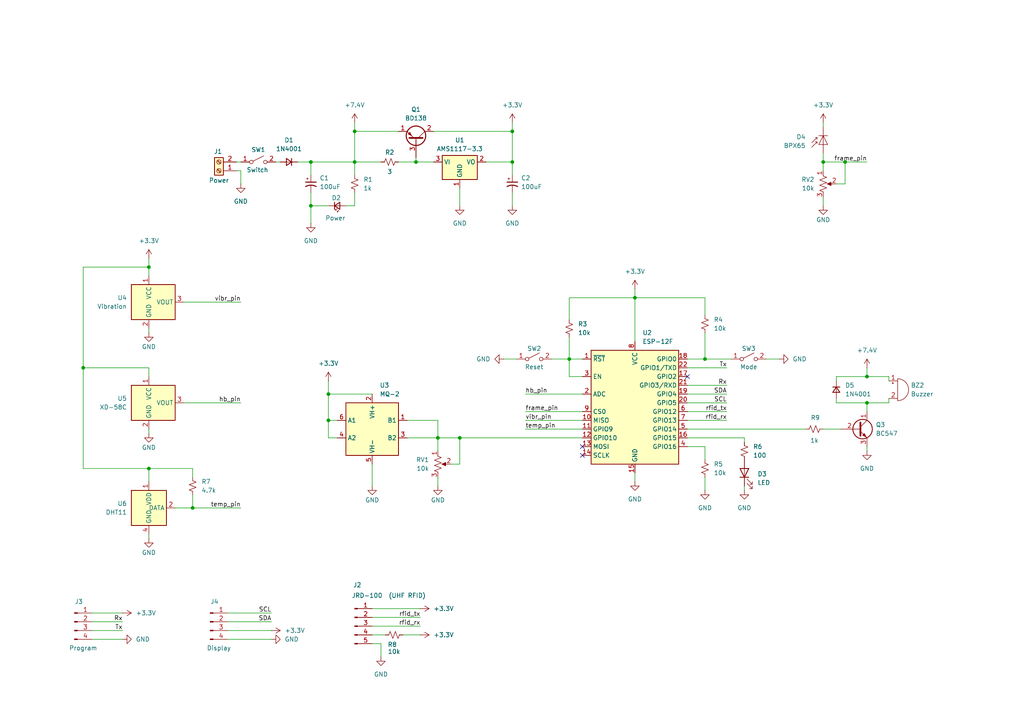
<source format=kicad_sch>
(kicad_sch (version 20231120) (generator "eeschema") (generator_version "8.0")
  (paper "A4")
  (lib_symbols
    (symbol "Connector:Conn_01x04_Pin" (pin_names (offset 1.016) hide)
      (property "Reference" "J" (at 0 5.08 0))
      (property "Value" "Conn_01x04_Pin" (at 0 -7.62 0))
      (symbol "Conn_01x04_Pin_1_1"
        (polyline (pts (xy 1.27 -5.08) (xy 0.8636 -5.08)) (stroke (width 0.1524)))
        (polyline (pts (xy 1.27 -2.54) (xy 0.8636 -2.54)) (stroke (width 0.1524)))
        (polyline (pts (xy 1.27 0) (xy 0.8636 0)) (stroke (width 0.1524)))
        (polyline (pts (xy 1.27 2.54) (xy 0.8636 2.54)) (stroke (width 0.1524)))
        (rectangle (start 0.8636 -4.953) (end 0 -5.207) (stroke (width 0.1524)) (fill (type outline)))
        (rectangle (start 0.8636 -2.413) (end 0 -2.667) (stroke (width 0.1524)) (fill (type outline)))
        (rectangle (start 0.8636 0.127) (end 0 -0.127) (stroke (width 0.1524)) (fill (type outline)))
        (rectangle (start 0.8636 2.667) (end 0 2.413) (stroke (width 0.1524)) (fill (type outline)))
        (pin passive line (at 5.08 2.54 180) (length 3.81) (name "Pin_1") (number "1"))
        (pin passive line (at 5.08 0 180) (length 3.81) (name "Pin_2") (number "2"))
        (pin passive line (at 5.08 -2.54 180) (length 3.81) (name "Pin_3") (number "3"))
        (pin passive line (at 5.08 -5.08 180) (length 3.81) (name "Pin_4") (number "4"))
      )
    )
    (symbol "Connector:Conn_01x05_Pin" (pin_names (offset 1.016) hide)
      (property "Reference" "J" (at 0 7.62 0))
      (property "Value" "Conn_01x05_Pin" (at 0 -7.62 0))
      (symbol "Conn_01x05_Pin_1_1"
        (polyline (pts (xy 1.27 -5.08) (xy 0.8636 -5.08)) (stroke (width 0.1524)))
        (polyline (pts (xy 1.27 -2.54) (xy 0.8636 -2.54)) (stroke (width 0.1524)))
        (polyline (pts (xy 1.27 0) (xy 0.8636 0)) (stroke (width 0.1524)))
        (polyline (pts (xy 1.27 2.54) (xy 0.8636 2.54)) (stroke (width 0.1524)))
        (polyline (pts (xy 1.27 5.08) (xy 0.8636 5.08)) (stroke (width 0.1524)))
        (rectangle (start 0.8636 -4.953) (end 0 -5.207) (stroke (width 0.1524)) (fill (type outline)))
        (rectangle (start 0.8636 -2.413) (end 0 -2.667) (stroke (width 0.1524)) (fill (type outline)))
        (rectangle (start 0.8636 0.127) (end 0 -0.127) (stroke (width 0.1524)) (fill (type outline)))
        (rectangle (start 0.8636 2.667) (end 0 2.413) (stroke (width 0.1524)) (fill (type outline)))
        (rectangle (start 0.8636 5.207) (end 0 4.953) (stroke (width 0.1524)) (fill (type outline)))
        (pin passive line (at 5.08 5.08 180) (length 3.81) (name "Pin_1") (number "1"))
        (pin passive line (at 5.08 2.54 180) (length 3.81) (name "Pin_2") (number "2"))
        (pin passive line (at 5.08 0 180) (length 3.81) (name "Pin_3") (number "3"))
        (pin passive line (at 5.08 -2.54 180) (length 3.81) (name "Pin_4") (number "4"))
        (pin passive line (at 5.08 -5.08 180) (length 3.81) (name "Pin_5") (number "5"))
      )
    )
    (symbol "Connector:Screw_Terminal_01x02" (pin_names (offset 1.016) hide)
      (property "Reference" "J" (at 0 2.54 0))
      (property "Value" "Screw_Terminal_01x02" (at 0 -5.08 0))
      (symbol "Screw_Terminal_01x02_1_1"
        (rectangle (start -1.27 1.27) (end 1.27 -3.81) (stroke (width 0.254)) (fill (type background)))
        (circle (center 0 -2.54) (radius 0.635) (stroke (width 0.1524)))
        (polyline (pts (xy -0.5334 -2.2098) (xy 0.3302 -3.048)) (stroke (width 0.1524)))
        (polyline (pts (xy -0.5334 0.3302) (xy 0.3302 -0.508)) (stroke (width 0.1524)))
        (polyline (pts (xy -0.3556 -2.032) (xy 0.508 -2.8702)) (stroke (width 0.1524)))
        (polyline (pts (xy -0.3556 0.508) (xy 0.508 -0.3302)) (stroke (width 0.1524)))
        (circle (center 0 0) (radius 0.635) (stroke (width 0.1524)))
        (pin passive line (at -5.08 0 0) (length 3.81) (name "Pin_1") (number "1"))
        (pin passive line (at -5.08 -2.54 0) (length 3.81) (name "Pin_2") (number "2"))
      )
    )
    (symbol "Device:Buzzer" (pin_names (offset 0.0254) hide)
      (property "Reference" "BZ" (at 3.81 1.27 0))
      (property "Value" "Buzzer" (at 3.81 -1.27 0))
      (symbol "Buzzer_0_1"
        (arc (start 0 -3.175) (mid 3.1612 0) (end 0 3.175))
        (polyline (pts (xy -1.651 1.905) (xy -1.143 1.905)))
        (polyline (pts (xy -1.397 2.159) (xy -1.397 1.651)))
        (polyline (pts (xy 0 3.175) (xy 0 -3.175)))
      )
      (symbol "Buzzer_1_1"
        (pin passive line (at -2.54 2.54 0) (length 2.54) (name "+") (number "1"))
        (pin passive line (at -2.54 -2.54 0) (length 2.54) (name "-") (number "2"))
      )
    )
    (symbol "Device:C_Polarized_Small_US" (pin_numbers hide) (pin_names (offset 0.254) hide)
      (property "Reference" "C" (at 0.254 1.778 0))
      (property "Value" "C_Polarized_Small_US" (at 0.254 -2.032 0))
      (symbol "C_Polarized_Small_US_0_1"
        (polyline (pts (xy -1.524 0.508) (xy 1.524 0.508)) (stroke (width 0.3048)))
        (polyline (pts (xy -1.27 1.524) (xy -0.762 1.524)))
        (polyline (pts (xy -1.016 1.27) (xy -1.016 1.778)))
        (arc (start 1.524 -0.762) (mid 0 -0.3734) (end -1.524 -0.762) (stroke (width 0.3048)))
      )
      (symbol "C_Polarized_Small_US_1_1"
        (pin passive line (at 0 2.54 270) (length 2.032) (name "~") (number "1"))
        (pin passive line (at 0 -2.54 90) (length 2.032) (name "~") (number "2"))
      )
    )
    (symbol "Device:D_Small" (pin_numbers hide) (pin_names (offset 0.254) hide)
      (property "Reference" "D" (at -1.27 2.032 0))
      (property "Value" "D_Small" (at -3.81 -2.032 0))
      (symbol "D_Small_0_1"
        (polyline (pts (xy -0.762 -1.016) (xy -0.762 1.016)) (stroke (width 0.254)))
        (polyline (pts (xy -0.762 0) (xy 0.762 0)))
        (polyline (pts (xy 0.762 -1.016) (xy -0.762 0) (xy 0.762 1.016) (xy 0.762 -1.016)) (stroke (width 0.254)))
      )
      (symbol "D_Small_1_1"
        (pin passive line (at -2.54 0 0) (length 1.778) (name "K") (number "1"))
        (pin passive line (at 2.54 0 180) (length 1.778) (name "A") (number "2"))
      )
    )
    (symbol "Device:LED" (pin_numbers hide) (pin_names (offset 1.016) hide)
      (property "Reference" "D" (at 0 2.54 0))
      (property "Value" "LED" (at 0 -2.54 0))
      (symbol "LED_0_1"
        (polyline (pts (xy -1.27 -1.27) (xy -1.27 1.27)) (stroke (width 0.254)))
        (polyline (pts (xy -1.27 0) (xy 1.27 0)))
        (polyline (pts (xy 1.27 -1.27) (xy 1.27 1.27) (xy -1.27 0) (xy 1.27 -1.27)) (stroke (width 0.254)))
        (polyline (pts (xy -3.048 -0.762) (xy -4.572 -2.286) (xy -3.81 -2.286) (xy -4.572 -2.286) (xy -4.572 -1.524)))
        (polyline (pts (xy -1.778 -0.762) (xy -3.302 -2.286) (xy -2.54 -2.286) (xy -3.302 -2.286) (xy -3.302 -1.524)))
      )
      (symbol "LED_1_1"
        (pin passive line (at -3.81 0 0) (length 2.54) (name "K") (number "1"))
        (pin passive line (at 3.81 0 180) (length 2.54) (name "A") (number "2"))
      )
    )
    (symbol "Device:LED_Small" (pin_numbers hide) (pin_names (offset 0.254) hide)
      (property "Reference" "D" (at -1.27 3.175 0))
      (property "Value" "LED_Small" (at -4.445 -2.54 0))
      (symbol "LED_Small_0_1"
        (polyline (pts (xy -0.762 -1.016) (xy -0.762 1.016)) (stroke (width 0.254)))
        (polyline (pts (xy 1.016 0) (xy -0.762 0)))
        (polyline (pts (xy 0.762 -1.016) (xy -0.762 0) (xy 0.762 1.016) (xy 0.762 -1.016)) (stroke (width 0.254)))
        (polyline (pts (xy 0 0.762) (xy -0.508 1.27) (xy -0.254 1.27) (xy -0.508 1.27) (xy -0.508 1.016)))
        (polyline (pts (xy 0.508 1.27) (xy 0 1.778) (xy 0.254 1.778) (xy 0 1.778) (xy 0 1.524)))
      )
      (symbol "LED_Small_1_1"
        (pin passive line (at -2.54 0 0) (length 1.778) (name "K") (number "1"))
        (pin passive line (at 2.54 0 180) (length 1.778) (name "A") (number "2"))
      )
    )
    (symbol "Device:R_Potentiometer_US" (pin_names (offset 1.016) hide)
      (property "Reference" "RV" (at -4.445 0 90))
      (property "Value" "R_Potentiometer_US" (at -2.54 0 90))
      (symbol "R_Potentiometer_US_0_1"
        (polyline (pts (xy 0 -2.286) (xy 0 -2.54)))
        (polyline (pts (xy 0 2.54) (xy 0 2.286)))
        (polyline (pts (xy 2.54 0) (xy 1.524 0)))
        (polyline (pts (xy 1.143 0) (xy 2.286 0.508) (xy 2.286 -0.508) (xy 1.143 0)) (fill (type outline)))
        (polyline (pts (xy 0 -0.762) (xy 1.016 -1.143) (xy 0 -1.524) (xy -1.016 -1.905) (xy 0 -2.286)))
        (polyline (pts (xy 0 0.762) (xy 1.016 0.381) (xy 0 0) (xy -1.016 -0.381) (xy 0 -0.762)))
        (polyline (pts (xy 0 2.286) (xy 1.016 1.905) (xy 0 1.524) (xy -1.016 1.143) (xy 0 0.762)))
      )
      (symbol "R_Potentiometer_US_1_1"
        (pin passive line (at 0 3.81 270) (length 1.27) (name "1") (number "1"))
        (pin passive line (at 3.81 0 180) (length 1.27) (name "2") (number "2"))
        (pin passive line (at 0 -3.81 90) (length 1.27) (name "3") (number "3"))
      )
    )
    (symbol "Device:R_Small_US" (pin_numbers hide) (pin_names (offset 0.254) hide)
      (property "Reference" "R" (at 0.762 0.508 0))
      (property "Value" "R_Small_US" (at 0.762 -1.016 0))
      (symbol "R_Small_US_1_1"
        (polyline (pts (xy 0 0) (xy 1.016 -0.381) (xy 0 -0.762) (xy -1.016 -1.143) (xy 0 -1.524)))
        (polyline (pts (xy 0 1.524) (xy 1.016 1.143) (xy 0 0.762) (xy -1.016 0.381) (xy 0 0)))
        (pin passive line (at 0 2.54 270) (length 1.016) (name "~") (number "1"))
        (pin passive line (at 0 -2.54 90) (length 1.016) (name "~") (number "2"))
      )
    )
    (symbol "RF_Module:ESP-12F"
      (property "Reference" "U" (at -12.7 19.05 0))
      (property "Value" "ESP-12F" (at 12.7 19.05 0))
      (symbol "ESP-12F_0_1"
        (rectangle (start -12.7 17.78) (end 12.7 -15.24) (stroke (width 0.254)) (fill (type background)))
      )
      (symbol "ESP-12F_1_1"
        (pin input line (at -15.24 15.24 0) (length 2.54) (name "~{RST}") (number "1"))
        (pin bidirectional line (at -15.24 -2.54 0) (length 2.54) (name "MISO") (number "10"))
        (pin bidirectional line (at -15.24 -5.08 0) (length 2.54) (name "GPIO9") (number "11"))
        (pin bidirectional line (at -15.24 -7.62 0) (length 2.54) (name "GPIO10") (number "12"))
        (pin bidirectional line (at -15.24 -10.16 0) (length 2.54) (name "MOSI") (number "13"))
        (pin bidirectional line (at -15.24 -12.7 0) (length 2.54) (name "SCLK") (number "14"))
        (pin power_in line (at 0 -17.78 90) (length 2.54) (name "GND") (number "15"))
        (pin bidirectional line (at 15.24 -7.62 180) (length 2.54) (name "GPIO15") (number "16"))
        (pin bidirectional line (at 15.24 10.16 180) (length 2.54) (name "GPIO2") (number "17"))
        (pin bidirectional line (at 15.24 15.24 180) (length 2.54) (name "GPIO0") (number "18"))
        (pin bidirectional line (at 15.24 5.08 180) (length 2.54) (name "GPIO4") (number "19"))
        (pin input line (at -15.24 5.08 0) (length 2.54) (name "ADC") (number "2"))
        (pin bidirectional line (at 15.24 2.54 180) (length 2.54) (name "GPIO5") (number "20"))
        (pin bidirectional line (at 15.24 7.62 180) (length 2.54) (name "GPIO3/RXD") (number "21"))
        (pin bidirectional line (at 15.24 12.7 180) (length 2.54) (name "GPIO1/TXD") (number "22"))
        (pin input line (at -15.24 10.16 0) (length 2.54) (name "EN") (number "3"))
        (pin bidirectional line (at 15.24 -10.16 180) (length 2.54) (name "GPIO16") (number "4"))
        (pin bidirectional line (at 15.24 -5.08 180) (length 2.54) (name "GPIO14") (number "5"))
        (pin bidirectional line (at 15.24 0 180) (length 2.54) (name "GPIO12") (number "6"))
        (pin bidirectional line (at 15.24 -2.54 180) (length 2.54) (name "GPIO13") (number "7"))
        (pin power_in line (at 0 20.32 270) (length 2.54) (name "VCC") (number "8"))
        (pin input line (at -15.24 0 0) (length 2.54) (name "CS0") (number "9"))
      )
    )
    (symbol "Regulator_Linear:AMS1117-3.3"
      (property "Reference" "U" (at -3.81 3.175 0))
      (property "Value" "AMS1117-3.3" (at 0 3.175 0))
      (symbol "AMS1117-3.3_0_1"
        (rectangle (start -5.08 -5.08) (end 5.08 1.905) (stroke (width 0.254)) (fill (type background)))
      )
      (symbol "AMS1117-3.3_1_1"
        (pin power_in line (at 0 -7.62 90) (length 2.54) (name "GND") (number "1"))
        (pin power_out line (at 7.62 0 180) (length 2.54) (name "VO") (number "2"))
        (pin power_in line (at -7.62 0 0) (length 2.54) (name "VI") (number "3"))
      )
    )
    (symbol "Sensor:DHT11"
      (property "Reference" "U" (at -3.81 6.35 0))
      (property "Value" "DHT11" (at 3.81 6.35 0))
      (symbol "DHT11_0_1"
        (rectangle (start -5.08 5.08) (end 5.08 -5.08) (stroke (width 0.254)) (fill (type background)))
      )
      (symbol "DHT11_1_1"
        (pin power_in line (at 0 7.62 270) (length 2.54) (name "VDD") (number "1"))
        (pin bidirectional line (at 7.62 0 180) (length 2.54) (name "DATA") (number "2"))
        (pin no_connect line (at -5.08 0 0) (length 2.54) hide (name "NC") (number "3"))
        (pin power_in line (at 0 -7.62 90) (length 2.54) (name "GND") (number "4"))
      )
    )
    (symbol "Sensor_Current:A1369xUA-10"
      (property "Reference" "U" (at 8.89 6.35 0))
      (property "Value" "A1369xUA-10" (at 8.89 3.81 0))
      (symbol "A1369xUA-10_0_1"
        (rectangle (start -5.08 5.08) (end 7.62 -5.08) (stroke (width 0.254)) (fill (type background)))
      )
      (symbol "A1369xUA-10_1_1"
        (pin power_in line (at 0 7.62 270) (length 2.54) (name "VCC") (number "1"))
        (pin power_in line (at 0 -7.62 90) (length 2.54) (name "GND") (number "2"))
        (pin output line (at 10.16 0 180) (length 2.54) (name "VOUT") (number "3"))
      )
    )
    (symbol "Sensor_Gas:MQ-6"
      (property "Reference" "U" (at -6.35 8.89 0))
      (property "Value" "MQ-6" (at 3.81 8.89 0))
      (symbol "MQ-6_0_1"
        (rectangle (start -7.62 7.62) (end 7.62 -7.62) (stroke (width 0.254)) (fill (type background)))
      )
      (symbol "MQ-6_1_1"
        (pin passive line (at 10.16 2.54 180) (length 2.54) (name "B1") (number "1"))
        (pin power_in line (at 0 10.16 270) (length 2.54) (name "VH+") (number "2"))
        (pin passive line (at 10.16 -2.54 180) (length 2.54) (name "B2") (number "3"))
        (pin passive line (at -10.16 -2.54 0) (length 2.54) (name "A2") (number "4"))
        (pin power_in line (at 0 -10.16 90) (length 2.54) (name "VH-") (number "5"))
        (pin passive line (at -10.16 2.54 0) (length 2.54) (name "A1") (number "6"))
      )
    )
    (symbol "Sensor_Optical:BPX65" (pin_numbers hide) (pin_names (offset 1.016) hide)
      (property "Reference" "D" (at 0.508 1.778 0))
      (property "Value" "BPX65" (at -1.016 -2.794 0))
      (symbol "BPX65_0_1"
        (polyline (pts (xy -2.54 1.27) (xy -2.54 -1.27)) (stroke (width 0.1524)))
        (polyline (pts (xy -2.032 1.778) (xy -1.524 1.778)))
        (polyline (pts (xy 0 -1.27) (xy 0 1.27)))
        (polyline (pts (xy 0 0) (xy -2.54 0)))
        (polyline (pts (xy -0.508 3.302) (xy -2.032 1.778) (xy -2.032 2.286)))
        (polyline (pts (xy 0 1.27) (xy -2.54 0) (xy 0 -1.27)))
        (polyline (pts (xy 0.762 3.302) (xy -0.762 1.778) (xy -0.762 2.286) (xy -0.762 1.778) (xy -0.254 1.778)))
      )
      (symbol "BPX65_1_1"
        (pin passive line (at -5.08 0 0) (length 2.54) (name "K") (number "1"))
        (pin passive line (at 2.54 0 180) (length 2.54) (name "A") (number "2"))
      )
    )
    (symbol "Switch:SW_SPST" (pin_names (offset 0) hide)
      (property "Reference" "SW" (at 0 3.175 0))
      (property "Value" "SW_SPST" (at 0 -2.54 0))
      (symbol "SW_SPST_0_0"
        (circle (center -2.032 0) (radius 0.508))
        (polyline (pts (xy -1.524 0.254) (xy 1.524 1.778)))
        (circle (center 2.032 0) (radius 0.508))
      )
      (symbol "SW_SPST_1_1"
        (pin passive line (at -5.08 0 0) (length 2.54) (name "A") (number "1"))
        (pin passive line (at 5.08 0 180) (length 2.54) (name "B") (number "2"))
      )
    )
    (symbol "Transistor_BJT:BC547" (pin_names (offset 0) hide)
      (property "Reference" "Q" (at 5.08 1.905 0))
      (property "Value" "BC547" (at 5.08 0 0))
      (symbol "BC547_0_1"
        (polyline (pts (xy 0 0) (xy 0.635 0)))
        (polyline (pts (xy 0.635 0.635) (xy 2.54 2.54)))
        (polyline (pts (xy 0.635 -0.635) (xy 2.54 -2.54) (xy 2.54 -2.54)))
        (polyline (pts (xy 0.635 1.905) (xy 0.635 -1.905) (xy 0.635 -1.905)) (stroke (width 0.508)))
        (polyline (pts (xy 1.27 -1.778) (xy 1.778 -1.27) (xy 2.286 -2.286) (xy 1.27 -1.778) (xy 1.27 -1.778)) (fill (type outline)))
        (circle (center 1.27 0) (radius 2.8194) (stroke (width 0.254)))
      )
      (symbol "BC547_1_1"
        (pin passive line (at 2.54 5.08 270) (length 2.54) (name "C") (number "1"))
        (pin input line (at -5.08 0 0) (length 5.08) (name "B") (number "2"))
        (pin passive line (at 2.54 -5.08 90) (length 2.54) (name "E") (number "3"))
      )
    )
    (symbol "Transistor_BJT:BD138" (pin_names (offset 0) hide)
      (property "Reference" "Q" (at 5.08 1.905 0))
      (property "Value" "BD138" (at 5.08 0 0))
      (symbol "BD138_0_1"
        (polyline (pts (xy 0 0) (xy 0.635 0)))
        (polyline (pts (xy 2.54 -2.54) (xy 0.635 -0.635)))
        (polyline (pts (xy 2.54 2.54) (xy 0.635 0.635)))
        (polyline (pts (xy 0.635 1.905) (xy 0.635 -1.905) (xy 0.635 -1.905)) (stroke (width 0.508)) (fill (type outline)))
        (polyline (pts (xy 1.778 -2.286) (xy 2.286 -1.778) (xy 1.27 -1.27) (xy 1.778 -2.286) (xy 1.778 -2.286)) (fill (type outline)))
        (circle (center 1.27 0) (radius 2.8194) (stroke (width 0.3048)))
      )
      (symbol "BD138_1_1"
        (pin passive line (at 2.54 -5.08 90) (length 2.54) (name "E") (number "1"))
        (pin passive line (at 2.54 5.08 270) (length 2.54) (name "C") (number "2"))
        (pin input line (at -5.08 0 0) (length 5.08) (name "B") (number "3"))
      )
    )
    (symbol "power:+12V" (power) (pin_numbers hide) (pin_names (offset 0) hide)
      (property "Value" "+12V" (at 0 3.556 0))
      (symbol "+12V_0_1"
        (polyline (pts (xy -0.762 1.27) (xy 0 2.54)))
        (polyline (pts (xy 0 0) (xy 0 2.54)))
        (polyline (pts (xy 0 2.54) (xy 0.762 1.27)))
      )
      (symbol "+12V_1_1"
        (pin power_in line (at 0 0 90) (length 0) (name "~") (number "1"))
      )
    )
    (symbol "power:+3.3V" (power) (pin_numbers hide) (pin_names (offset 0) hide)
      (property "Value" "+3.3V" (at 0 3.556 0))
      (symbol "+3.3V_0_1"
        (polyline (pts (xy -0.762 1.27) (xy 0 2.54)))
        (polyline (pts (xy 0 0) (xy 0 2.54)))
        (polyline (pts (xy 0 2.54) (xy 0.762 1.27)))
      )
      (symbol "+3.3V_1_1"
        (pin power_in line (at 0 0 90) (length 0) (name "~") (number "1"))
      )
    )
    (symbol "power:GND" (power) (pin_numbers hide) (pin_names (offset 0) hide)
      (property "Value" "GND" (at 0 -3.81 0))
      (symbol "GND_0_1"
        (polyline (pts (xy 0 0) (xy 0 -1.27) (xy 1.27 -1.27) (xy 0 -2.54) (xy -1.27 -1.27) (xy 0 -1.27)))
      )
      (symbol "GND_1_1"
        (pin power_in line (at 0 0 270) (length 0) (name "~") (number "1"))
      )
    )
  )
  (junction (at 95.25 114.3))
  (junction (at 102.87 38.1))
  (junction (at 148.59 38.1))
  (junction (at 148.59 46.99))
  (junction (at 120.65 46.99))
  (junction (at 90.17 59.69))
  (junction (at 251.46 109.22))
  (junction (at 43.18 77.47))
  (junction (at 204.47 104.14))
  (junction (at 102.87 46.99))
  (junction (at 251.46 116.84))
  (junction (at 95.25 121.92))
  (junction (at 127 127))
  (junction (at 55.88 147.32))
  (junction (at 238.76 46.99))
  (junction (at 165.1 104.14))
  (junction (at 43.18 135.89))
  (junction (at 24.13 106.68))
  (junction (at 133.35 127))
  (junction (at 184.15 86.36))
  (junction (at 245.11 46.99))
  (junction (at 90.17 46.99))
  (no_connect (at 168.91 132.08))
  (no_connect (at 168.91 129.54))
  (no_connect (at 199.39 109.22))
  (wire (pts (xy 133.35 127) (xy 127 127)))
  (wire (pts (xy 90.17 59.69) (xy 90.17 64.77)))
  (wire (pts (xy 184.15 83.82) (xy 184.15 86.36)))
  (wire (pts (xy 110.49 186.69) (xy 110.49 190.5)))
  (wire (pts (xy 204.47 138.43) (xy 204.47 142.24)))
  (wire (pts (xy 152.4 124.46) (xy 168.91 124.46)))
  (wire (pts (xy 148.59 55.88) (xy 148.59 59.69)))
  (wire (pts (xy 199.39 111.76) (xy 210.82 111.76)))
  (wire (pts (xy 165.1 86.36) (xy 184.15 86.36)))
  (wire (pts (xy 55.88 138.43) (xy 55.88 135.89)))
  (wire (pts (xy 204.47 91.44) (xy 204.47 86.36)))
  (wire (pts (xy 127 127) (xy 127 130.81)))
  (wire (pts (xy 80.01 46.99) (xy 81.28 46.99)))
  (wire (pts (xy 26.67 182.88) (xy 35.56 182.88)))
  (wire (pts (xy 251.46 129.54) (xy 251.46 130.81)))
  (wire (pts (xy 125.73 38.1) (xy 148.59 38.1)))
  (wire (pts (xy 95.25 127) (xy 95.25 121.92)))
  (wire (pts (xy 102.87 38.1) (xy 102.87 46.99)))
  (wire (pts (xy 199.39 114.3) (xy 210.82 114.3)))
  (wire (pts (xy 53.34 87.63) (xy 69.85 87.63)))
  (wire (pts (xy 251.46 116.84) (xy 257.81 116.84)))
  (wire (pts (xy 127 127) (xy 118.11 127)))
  (wire (pts (xy 24.13 77.47) (xy 24.13 106.68)))
  (wire (pts (xy 152.4 119.38) (xy 168.91 119.38)))
  (wire (pts (xy 133.35 134.62) (xy 133.35 127)))
  (wire (pts (xy 215.9 140.97) (xy 215.9 142.24)))
  (wire (pts (xy 242.57 116.84) (xy 242.57 115.57)))
  (wire (pts (xy 26.67 177.8) (xy 35.56 177.8)))
  (wire (pts (xy 238.76 57.15) (xy 238.76 59.69)))
  (wire (pts (xy 199.39 104.14) (xy 204.47 104.14)))
  (wire (pts (xy 199.39 121.92) (xy 210.82 121.92)))
  (wire (pts (xy 204.47 96.52) (xy 204.47 104.14)))
  (wire (pts (xy 26.67 180.34) (xy 35.56 180.34)))
  (wire (pts (xy 107.95 179.07) (xy 121.92 179.07)))
  (wire (pts (xy 242.57 109.22) (xy 242.57 110.49)))
  (wire (pts (xy 146.05 104.14) (xy 149.86 104.14)))
  (wire (pts (xy 165.1 92.71) (xy 165.1 86.36)))
  (wire (pts (xy 102.87 35.56) (xy 102.87 38.1)))
  (wire (pts (xy 165.1 104.14) (xy 165.1 109.22)))
  (wire (pts (xy 215.9 127) (xy 215.9 128.27)))
  (wire (pts (xy 100.33 59.69) (xy 102.87 59.69)))
  (wire (pts (xy 66.04 180.34) (xy 78.74 180.34)))
  (wire (pts (xy 66.04 182.88) (xy 78.74 182.88)))
  (wire (pts (xy 127 121.92) (xy 127 127)))
  (wire (pts (xy 242.57 53.34) (xy 245.11 53.34)))
  (wire (pts (xy 222.25 104.14) (xy 226.06 104.14)))
  (wire (pts (xy 165.1 109.22) (xy 168.91 109.22)))
  (wire (pts (xy 160.02 104.14) (xy 165.1 104.14)))
  (wire (pts (xy 107.95 176.53) (xy 121.92 176.53)))
  (wire (pts (xy 24.13 135.89) (xy 43.18 135.89)))
  (wire (pts (xy 43.18 154.94) (xy 43.18 156.21)))
  (wire (pts (xy 107.95 134.62) (xy 107.95 140.97)))
  (wire (pts (xy 55.88 147.32) (xy 69.85 147.32)))
  (wire (pts (xy 43.18 74.93) (xy 43.18 77.47)))
  (wire (pts (xy 242.57 109.22) (xy 251.46 109.22)))
  (wire (pts (xy 24.13 106.68) (xy 43.18 106.68)))
  (wire (pts (xy 26.67 185.42) (xy 35.56 185.42)))
  (wire (pts (xy 127 138.43) (xy 127 140.97)))
  (wire (pts (xy 120.65 46.99) (xy 125.73 46.99)))
  (wire (pts (xy 199.39 119.38) (xy 210.82 119.38)))
  (wire (pts (xy 140.97 46.99) (xy 148.59 46.99)))
  (wire (pts (xy 97.79 127) (xy 95.25 127)))
  (wire (pts (xy 245.11 46.99) (xy 251.46 46.99)))
  (wire (pts (xy 95.25 121.92) (xy 97.79 121.92)))
  (wire (pts (xy 24.13 106.68) (xy 24.13 135.89)))
  (wire (pts (xy 55.88 135.89) (xy 43.18 135.89)))
  (wire (pts (xy 43.18 77.47) (xy 24.13 77.47)))
  (wire (pts (xy 95.25 59.69) (xy 90.17 59.69)))
  (wire (pts (xy 115.57 46.99) (xy 120.65 46.99)))
  (wire (pts (xy 245.11 46.99) (xy 238.76 46.99)))
  (wire (pts (xy 43.18 106.68) (xy 43.18 109.22)))
  (wire (pts (xy 66.04 185.42) (xy 78.74 185.42)))
  (wire (pts (xy 184.15 137.16) (xy 184.15 139.7)))
  (wire (pts (xy 251.46 106.68) (xy 251.46 109.22)))
  (wire (pts (xy 133.35 127) (xy 168.91 127)))
  (wire (pts (xy 130.81 134.62) (xy 133.35 134.62)))
  (wire (pts (xy 148.59 46.99) (xy 148.59 50.8)))
  (wire (pts (xy 238.76 44.45) (xy 238.76 46.99)))
  (wire (pts (xy 148.59 35.56) (xy 148.59 38.1)))
  (wire (pts (xy 53.34 116.84) (xy 69.85 116.84)))
  (wire (pts (xy 55.88 147.32) (xy 50.8 147.32)))
  (wire (pts (xy 95.25 114.3) (xy 95.25 121.92)))
  (wire (pts (xy 43.18 95.25) (xy 43.18 96.52)))
  (wire (pts (xy 43.18 124.46) (xy 43.18 125.73)))
  (wire (pts (xy 238.76 35.56) (xy 238.76 36.83)))
  (wire (pts (xy 118.11 121.92) (xy 127 121.92)))
  (wire (pts (xy 152.4 121.92) (xy 168.91 121.92)))
  (wire (pts (xy 184.15 86.36) (xy 184.15 99.06)))
  (wire (pts (xy 90.17 46.99) (xy 90.17 50.8)))
  (wire (pts (xy 102.87 38.1) (xy 115.57 38.1)))
  (wire (pts (xy 55.88 143.51) (xy 55.88 147.32)))
  (wire (pts (xy 199.39 124.46) (xy 233.68 124.46)))
  (wire (pts (xy 107.95 181.61) (xy 121.92 181.61)))
  (wire (pts (xy 152.4 114.3) (xy 168.91 114.3)))
  (wire (pts (xy 133.35 54.61) (xy 133.35 59.69)))
  (wire (pts (xy 204.47 129.54) (xy 204.47 133.35)))
  (wire (pts (xy 148.59 38.1) (xy 148.59 46.99)))
  (wire (pts (xy 165.1 97.79) (xy 165.1 104.14)))
  (wire (pts (xy 90.17 46.99) (xy 102.87 46.99)))
  (wire (pts (xy 242.57 116.84) (xy 251.46 116.84)))
  (wire (pts (xy 107.95 114.3) (xy 95.25 114.3)))
  (wire (pts (xy 199.39 129.54) (xy 204.47 129.54)))
  (wire (pts (xy 69.85 46.99) (xy 68.58 46.99)))
  (wire (pts (xy 238.76 124.46) (xy 243.84 124.46)))
  (wire (pts (xy 66.04 177.8) (xy 78.74 177.8)))
  (wire (pts (xy 120.65 45.72) (xy 120.65 46.99)))
  (wire (pts (xy 204.47 104.14) (xy 212.09 104.14)))
  (wire (pts (xy 199.39 116.84) (xy 210.82 116.84)))
  (wire (pts (xy 199.39 106.68) (xy 210.82 106.68)))
  (wire (pts (xy 245.11 53.34) (xy 245.11 46.99)))
  (wire (pts (xy 257.81 109.22) (xy 257.81 110.49)))
  (wire (pts (xy 69.85 49.53) (xy 69.85 53.34)))
  (wire (pts (xy 107.95 186.69) (xy 110.49 186.69)))
  (wire (pts (xy 184.15 86.36) (xy 204.47 86.36)))
  (wire (pts (xy 68.58 49.53) (xy 69.85 49.53)))
  (wire (pts (xy 90.17 59.69) (xy 90.17 55.88)))
  (wire (pts (xy 238.76 46.99) (xy 238.76 49.53)))
  (wire (pts (xy 251.46 109.22) (xy 257.81 109.22)))
  (wire (pts (xy 43.18 80.01) (xy 43.18 77.47)))
  (wire (pts (xy 257.81 116.84) (xy 257.81 115.57)))
  (wire (pts (xy 102.87 46.99) (xy 102.87 50.8)))
  (wire (pts (xy 251.46 119.38) (xy 251.46 116.84)))
  (wire (pts (xy 165.1 104.14) (xy 168.91 104.14)))
  (wire (pts (xy 95.25 110.49) (xy 95.25 114.3)))
  (wire (pts (xy 86.36 46.99) (xy 90.17 46.99)))
  (wire (pts (xy 102.87 59.69) (xy 102.87 55.88)))
  (wire (pts (xy 199.39 127) (xy 215.9 127)))
  (wire (pts (xy 43.18 135.89) (xy 43.18 139.7)))
  (wire (pts (xy 102.87 46.99) (xy 110.49 46.99)))
  (wire (pts (xy 116.84 184.15) (xy 121.92 184.15)))
  (wire (pts (xy 107.95 184.15) (xy 111.76 184.15)))
  (label "SCL" (at 78.74 177.8 180))
  (label "rfid_tx" (at 121.92 179.07 180))
  (label "Tx" (at 35.56 182.88 180))
  (label "Tx" (at 210.82 106.68 180))
  (label "frame_pin" (at 251.46 46.99 180))
  (label "rfid_rx" (at 210.82 121.92 180))
  (label "SDA" (at 210.82 114.3 180))
  (label "hb_pin" (at 152.4 114.3 0))
  (label "Rx" (at 35.56 180.34 180))
  (label "frame_pin" (at 152.4 119.38 0))
  (label "rfid_rx" (at 121.92 181.61 180))
  (label "temp_pin" (at 152.4 124.46 0))
  (label "Rx" (at 210.82 111.76 180))
  (label "SCL" (at 210.82 116.84 180))
  (label "vibr_pin" (at 152.4 121.92 0))
  (label "SDA" (at 78.74 180.34 180))
  (label "rfid_tx" (at 210.82 119.38 180))
  (label "hb_pin" (at 69.85 116.84 180))
  (label "vibr_pin" (at 69.85 87.63 180))
  (label "temp_pin" (at 69.85 147.32 180))
  (symbol (lib_id "Device:C_Polarized_Small_US") (at 90.17 53.34 0) (unit 1)
    (property "Reference" "C1" (at 92.71 51.6381 0) (effects (justify left)))
    (property "Value" "100uF" (at 92.71 54.1781 0) (effects (justify left)))
    (property "Footprint" "Capacitor_THT:CP_Radial_D5.0mm_P2.50mm" (effects (hide yes)))
    (property "Description" "Polarized capacitor, small US symbol" (effects (hide yes)))
  )
  (symbol (lib_id "Switch:SW_SPST") (at 154.94 104.14 0) (unit 1)
    (property "Reference" "SW2" (at 154.94 101.092 0))
    (property "Value" "Reset" (at 154.94 106.426 0))
    (property "Footprint" "Button_Switch_THT:SW_PUSH_6mm" (effects (hide yes)))
    (property "Description" "Single Pole Single Throw (SPST) switch" (effects (hide yes)))
  )
  (symbol (lib_id "Device:LED_Small") (at 97.79 59.69 0) (mirror x) (unit 1)
    (property "Reference" "D2" (at 97.536 57.404 0))
    (property "Value" "Power" (at 97.282 63.246 0))
    (property "Footprint" "LED_THT:LED_D3.0mm" (effects (hide yes)))
    (property "Description" "Light emitting diode, small symbol" (effects (hide yes)))
  )
  (symbol (lib_id "Transistor_BJT:BD138") (at 120.65 40.64 270) (mirror x) (unit 1)
    (property "Reference" "Q1" (at 120.65 31.75 90))
    (property "Value" "BD138" (at 120.65 34.29 90))
    (property "Footprint" "Package_TO_SOT_THT:TO-126-3_Vertical" (effects (hide yes)))
    (property "Datasheet" "http://www.st.com/internet/com/TECHNICAL_RESOURCES/TECHNICAL_LITERATURE/DATASHEET/CD00001225.pdf" (effects (hide yes)))
    (property "Description" "1.5A Ic, 60V Vce, Low Voltage Transistor, TO-126" (effects (hide yes)))
  )
  (symbol (lib_id "power:GND") (at 69.85 53.34 0) (unit 1)
    (property "Reference" "#PWR01" (effects (hide yes)))
    (property "Value" "GND" (at 69.85 58.42 0))
    (property "Description" "Power symbol creates a global label with name \"GND\" , ground" (effects (hide yes)))
  )
  (symbol (lib_id "Connector:Conn_01x05_Pin") (at 102.87 181.61 0) (unit 1)
    (property "Reference" "J2" (at 103.632 169.672 0))
    (property "Value" "JRD-100  (UHF RFID)" (at 112.776 172.72 0))
    (property "Footprint" "Connector_PinHeader_2.54mm:PinHeader_1x05_P2.54mm_Vertical" (effects (hide yes)))
    (property "Description" "Generic connector, single row, 01x05, script generated" (effects (hide yes)))
  )
  (symbol (lib_id "Switch:SW_SPST") (at 217.17 104.14 0) (unit 1)
    (property "Reference" "SW3" (at 217.17 101.092 0))
    (property "Value" "Mode" (at 217.17 106.426 0))
    (property "Footprint" "Button_Switch_THT:SW_PUSH_6mm" (effects (hide yes)))
    (property "Description" "Single Pole Single Throw (SPST) switch" (effects (hide yes)))
  )
  (symbol (lib_id "Sensor_Current:A1369xUA-10") (at 43.18 116.84 0) (unit 1)
    (property "Reference" "U5" (at 36.83 115.5699 0) (effects (justify right)))
    (property "Value" "XD-58C" (at 36.83 118.11 0) (effects (justify right)))
    (property "Footprint" "Sensor_Current:Diodes_SIP-3_4.1x1.5mm_P2.65mm" (effects (hide yes)))
    (property "Datasheet" "http://www.allegromicro.com/~/media/Files/Datasheets/A1369-Datasheet.ashx?la=en" (effects (hide yes)))
    (property "Description" "Programmable Linear Hall Effect Sensor, -8.5 to -12.5mV/G, SIP-3" (effects (hide yes)))
  )
  (symbol (lib_id "power:GND") (at 204.47 142.24 0) (unit 1)
    (property "Reference" "#PWR014" (effects (hide yes)))
    (property "Value" "GND" (at 204.47 147.32 0))
    (property "Description" "Power symbol creates a global label with name \"GND\" , ground" (effects (hide yes)))
  )
  (symbol (lib_id "Device:R_Potentiometer_US") (at 127 134.62 0) (unit 1)
    (property "Reference" "RV1" (at 124.46 133.3499 0) (effects (justify right)))
    (property "Value" "10k" (at 124.46 135.8899 0) (effects (justify right)))
    (property "Footprint" "Potentiometer_THT:Potentiometer_Runtron_RM-065_Vertical" (effects (hide yes)))
    (property "Description" "Potentiometer, US symbol" (effects (hide yes)))
  )
  (symbol (lib_id "Sensor_Optical:BPX65") (at 238.76 41.91 90) (mirror x) (unit 1)
    (property "Reference" "D4" (at 233.68 39.7128 90) (effects (justify left)))
    (property "Value" "BPX65" (at 233.68 42.2528 90) (effects (justify left)))
    (property "Footprint" "Package_TO_SOT_THT:TO-18-2_Lens" (effects (hide yes)))
    (property "Datasheet" "http://www.osram-os.com/Graphics/XPic1/00181579_0.pdf/BPX%2065,%20Lead%20(Pb)%20Free%20Product%20-%20RoHS%20Compliant.pdf" (effects (hide yes)))
    (property "Description" "Silicon PIN Photodiode, TO-18 package" (effects (hide yes)))
  )
  (symbol (lib_id "power:GND") (at 251.46 130.81 0) (unit 1)
    (property "Reference" "#PWR025" (effects (hide yes)))
    (property "Value" "GND" (at 251.46 135.89 0))
    (property "Description" "Power symbol creates a global label with name \"GND\" , ground" (effects (hide yes)))
  )
  (symbol (lib_id "power:GND") (at 184.15 139.7 0) (unit 1)
    (property "Reference" "#PWR013" (effects (hide yes)))
    (property "Value" "GND" (at 184.15 144.78 0))
    (property "Description" "Power symbol creates a global label with name \"GND\" , ground" (effects (hide yes)))
  )
  (symbol (lib_id "RF_Module:ESP-12F") (at 184.15 119.38 0) (unit 1)
    (property "Reference" "U2" (at 186.3441 96.52 0) (effects (justify left)))
    (property "Value" "ESP-12F" (at 186.3441 99.06 0) (effects (justify left)))
    (property "Footprint" "RF_Module:ESP-12E" (effects (hide yes)))
    (property "Datasheet" "http://wiki.ai-thinker.com/_media/esp8266/esp8266_series_modules_user_manual_v1.1.pdf" (effects (hide yes)))
    (property "Description" "802.11 b/g/n Wi-Fi Module" (effects (hide yes)))
  )
  (symbol (lib_id "power:+12V") (at 102.87 35.56 0) (unit 1)
    (property "Reference" "#PWR03" (effects (hide yes)))
    (property "Value" "+7.4V" (at 102.87 30.48 0))
    (property "Description" "Power symbol creates a global label with name \"+12V\"" (effects (hide yes)))
  )
  (symbol (lib_id "power:+3.3V") (at 43.18 74.93 0) (unit 1)
    (property "Reference" "#PWR026" (effects (hide yes)))
    (property "Value" "+3.3V" (at 43.18 69.85 0))
    (property "Description" "Power symbol creates a global label with name \"+3.3V\"" (effects (hide yes)))
  )
  (symbol (lib_id "Switch:SW_SPST") (at 74.93 46.99 0) (unit 1)
    (property "Reference" "SW1" (at 74.93 43.434 0))
    (property "Value" "Switch" (at 74.676 49.276 0))
    (property "Footprint" "TestPoint:TestPoint_2Pads_Pitch2.54mm_Drill0.8mm" (effects (hide yes)))
    (property "Description" "Single Pole Single Throw (SPST) switch" (effects (hide yes)))
  )
  (symbol (lib_id "power:+3.3V") (at 35.56 177.8 270) (unit 1)
    (property "Reference" "#PWR04" (effects (hide yes)))
    (property "Value" "+3.3V" (at 39.37 177.7999 90) (effects (justify left)))
    (property "Description" "Power symbol creates a global label with name \"+3.3V\"" (effects (hide yes)))
  )
  (symbol (lib_id "power:GND") (at 226.06 104.14 90) (unit 1)
    (property "Reference" "#PWR016" (effects (hide yes)))
    (property "Value" "GND" (at 229.87 104.1399 90) (effects (justify right)))
    (property "Description" "Power symbol creates a global label with name \"GND\" , ground" (effects (hide yes)))
  )
  (symbol (lib_id "power:GND") (at 35.56 185.42 90) (unit 1)
    (property "Reference" "#PWR05" (effects (hide yes)))
    (property "Value" "GND" (at 39.37 185.4199 90) (effects (justify right)))
    (property "Description" "Power symbol creates a global label with name \"GND\" , ground" (effects (hide yes)))
  )
  (symbol (lib_id "power:GND") (at 148.59 59.69 0) (unit 1)
    (property "Reference" "#PWR010" (effects (hide yes)))
    (property "Value" "GND" (at 148.59 64.77 0))
    (property "Description" "Power symbol creates a global label with name \"GND\" , ground" (effects (hide yes)))
  )
  (symbol (lib_id "Device:LED") (at 215.9 137.16 90) (unit 1)
    (property "Reference" "D3" (at 219.71 137.4774 90) (effects (justify right)))
    (property "Value" "LED" (at 219.71 140.0174 90) (effects (justify right)))
    (property "Footprint" "LED_THT:LED_D3.0mm" (effects (hide yes)))
    (property "Description" "Light emitting diode" (effects (hide yes)))
  )
  (symbol (lib_id "Sensor_Gas:MQ-6") (at 107.95 124.46 0) (unit 1)
    (property "Reference" "U3" (at 110.1441 111.76 0) (effects (justify left)))
    (property "Value" "MQ-2" (at 110.1441 114.3 0) (effects (justify left)))
    (property "Footprint" "Sensor:MQ-6" (effects (hide yes)))
    (property "Datasheet" "https://www.winsen-sensor.com/d/files/semiconductor/mq-6.pdf" (effects (hide yes)))
    (property "Description" "Semiconductor Sensor for Flammable Gas" (effects (hide yes)))
  )
  (symbol (lib_id "Device:R_Small_US") (at 102.87 53.34 0) (unit 1)
    (property "Reference" "R1" (at 105.41 52.0699 0) (effects (justify left)))
    (property "Value" "1k" (at 105.41 54.6099 0) (effects (justify left)))
    (property "Footprint" "Resistor_THT:R_Axial_DIN0207_L6.3mm_D2.5mm_P10.16mm_Horizontal" (effects (hide yes)))
    (property "Description" "Resistor, small US symbol" (effects (hide yes)))
  )
  (symbol (lib_id "power:GND") (at 107.95 140.97 0) (unit 1)
    (property "Reference" "#PWR018" (effects (hide yes)))
    (property "Value" "GND" (at 107.95 145.034 0))
    (property "Description" "Power symbol creates a global label with name \"GND\" , ground" (effects (hide yes)))
  )
  (symbol (lib_id "power:GND") (at 215.9 142.24 0) (unit 1)
    (property "Reference" "#PWR015" (effects (hide yes)))
    (property "Value" "GND" (at 215.9 147.32 0))
    (property "Description" "Power symbol creates a global label with name \"GND\" , ground" (effects (hide yes)))
  )
  (symbol (lib_id "Device:R_Small_US") (at 215.9 130.81 0) (unit 1)
    (property "Reference" "R6" (at 218.44 129.5399 0) (effects (justify left)))
    (property "Value" "100" (at 218.44 132.0799 0) (effects (justify left)))
    (property "Footprint" "Resistor_THT:R_Axial_DIN0207_L6.3mm_D2.5mm_P10.16mm_Horizontal" (effects (hide yes)))
    (property "Description" "Resistor, small US symbol" (effects (hide yes)))
  )
  (symbol (lib_id "Device:D_Small") (at 242.57 113.03 270) (unit 1)
    (property "Reference" "D5" (at 245.11 111.7599 90) (effects (justify left)))
    (property "Value" "1N4001" (at 245.11 114.2999 90) (effects (justify left)))
    (property "Footprint" "Diode_THT:D_A-405_P10.16mm_Horizontal" (effects (hide yes)))
    (property "Description" "Diode, small symbol" (effects (hide yes)))
    (property "Sim.Device" "D" (effects (hide yes)))
    (property "Sim.Pins" "1=K 2=A" (effects (hide yes)))
  )
  (symbol (lib_id "power:GND") (at 133.35 59.69 0) (unit 1)
    (property "Reference" "#PWR06" (effects (hide yes)))
    (property "Value" "GND" (at 133.35 64.77 0))
    (property "Description" "Power symbol creates a global label with name \"GND\" , ground" (effects (hide yes)))
  )
  (symbol (lib_id "Device:R_Small_US") (at 55.88 140.97 0) (unit 1)
    (property "Reference" "R7" (at 58.42 139.6999 0) (effects (justify left)))
    (property "Value" "4.7k" (at 58.42 142.2399 0) (effects (justify left)))
    (property "Footprint" "Resistor_THT:R_Axial_DIN0207_L6.3mm_D2.5mm_P10.16mm_Horizontal" (effects (hide yes)))
    (property "Description" "Resistor, small US symbol" (effects (hide yes)))
  )
  (symbol (lib_id "power:+3.3V") (at 184.15 83.82 0) (unit 1)
    (property "Reference" "#PWR012" (effects (hide yes)))
    (property "Value" "+3.3V" (at 184.15 78.74 0))
    (property "Description" "Power symbol creates a global label with name \"+3.3V\"" (effects (hide yes)))
  )
  (symbol (lib_id "power:+3.3V") (at 121.92 176.53 270) (unit 1)
    (property "Reference" "#PWR021" (effects (hide yes)))
    (property "Value" "+3.3V" (at 125.73 176.5299 90) (effects (justify left)))
    (property "Description" "Power symbol creates a global label with name \"+3.3V\"" (effects (hide yes)))
  )
  (symbol (lib_id "power:+12V") (at 251.46 106.68 0) (unit 1)
    (property "Reference" "#PWR024" (effects (hide yes)))
    (property "Value" "+7.4V" (at 251.46 101.6 0))
    (property "Description" "Power symbol creates a global label with name \"+12V\"" (effects (hide yes)))
  )
  (symbol (lib_id "Device:R_Small_US") (at 204.47 135.89 0) (unit 1)
    (property "Reference" "R5" (at 207.01 134.6199 0) (effects (justify left)))
    (property "Value" "10k" (at 207.01 137.1599 0) (effects (justify left)))
    (property "Footprint" "Resistor_THT:R_Axial_DIN0207_L6.3mm_D2.5mm_P10.16mm_Horizontal" (effects (hide yes)))
    (property "Description" "Resistor, small US symbol" (effects (hide yes)))
  )
  (symbol (lib_id "power:+3.3V") (at 95.25 110.49 0) (unit 1)
    (property "Reference" "#PWR019" (effects (hide yes)))
    (property "Value" "+3.3V" (at 95.25 105.41 0))
    (property "Description" "Power symbol creates a global label with name \"+3.3V\"" (effects (hide yes)))
  )
  (symbol (lib_id "power:GND") (at 90.17 64.77 0) (unit 1)
    (property "Reference" "#PWR02" (effects (hide yes)))
    (property "Value" "GND" (at 90.17 69.85 0))
    (property "Description" "Power symbol creates a global label with name \"GND\" , ground" (effects (hide yes)))
  )
  (symbol (lib_id "Device:Buzzer") (at 260.35 113.03 0) (unit 1)
    (property "Reference" "BZ2" (at 264.16 111.7599 0) (effects (justify left)))
    (property "Value" "Buzzer" (at 264.16 114.2999 0) (effects (justify left)))
    (property "Footprint" "Connector_PinHeader_2.54mm:PinHeader_1x02_P2.54mm_Vertical" (effects (hide yes)))
    (property "Description" "Buzzer, polarized" (effects (hide yes)))
  )
  (symbol (lib_id "power:GND") (at 43.18 96.52 0) (unit 1)
    (property "Reference" "#PWR030" (effects (hide yes)))
    (property "Value" "GND" (at 43.18 100.584 0))
    (property "Description" "Power symbol creates a global label with name \"GND\" , ground" (effects (hide yes)))
  )
  (symbol (lib_id "Device:D_Small") (at 83.82 46.99 180) (unit 1)
    (property "Reference" "D1" (at 83.82 40.64 0))
    (property "Value" "1N4001" (at 83.82 43.18 0))
    (property "Footprint" "Diode_THT:D_A-405_P10.16mm_Horizontal" (effects (hide yes)))
    (property "Description" "Diode, small symbol" (effects (hide yes)))
    (property "Sim.Device" "D" (effects (hide yes)))
    (property "Sim.Pins" "1=K 2=A" (effects (hide yes)))
  )
  (symbol (lib_id "power:GND") (at 43.18 125.73 0) (unit 1)
    (property "Reference" "#PWR029" (effects (hide yes)))
    (property "Value" "GND" (at 43.18 129.794 0))
    (property "Description" "Power symbol creates a global label with name \"GND\" , ground" (effects (hide yes)))
  )
  (symbol (lib_id "Sensor:DHT11") (at 43.18 147.32 0) (unit 1)
    (property "Reference" "U6" (at 36.83 146.0499 0) (effects (justify right)))
    (property "Value" "DHT11" (at 36.83 148.5899 0) (effects (justify right)))
    (property "Footprint" "Sensor:Aosong_DHT11_5.5x12.0_P2.54mm" (effects (hide yes)))
    (property "Datasheet" "http://akizukidenshi.com/download/ds/aosong/DHT11.pdf" (effects (hide yes)))
    (property "Description" "3.3V to 5.5V, temperature and humidity module, DHT11" (effects (hide yes)))
  )
  (symbol (lib_id "Device:R_Small_US") (at 236.22 124.46 90) (unit 1)
    (property "Reference" "R9" (at 236.474 121.158 90))
    (property "Value" "1k" (at 236.22 127.762 90))
    (property "Footprint" "Resistor_THT:R_Axial_DIN0207_L6.3mm_D2.5mm_P10.16mm_Horizontal" (effects (hide yes)))
    (property "Description" "Resistor, small US symbol" (effects (hide yes)))
  )
  (symbol (lib_id "Connector:Conn_01x04_Pin") (at 60.96 180.34 0) (unit 1)
    (property "Reference" "J4" (at 62.23 174.498 0))
    (property "Value" "Display" (at 63.5 187.96 0))
    (property "Footprint" "Connector_PinHeader_2.54mm:PinHeader_1x04_P2.54mm_Vertical" (effects (hide yes)))
    (property "Description" "Generic connector, single row, 01x04, script generated" (effects (hide yes)))
  )
  (symbol (lib_id "power:GND") (at 43.18 156.21 0) (unit 1)
    (property "Reference" "#PWR017" (effects (hide yes)))
    (property "Value" "GND" (at 43.18 160.274 0))
    (property "Description" "Power symbol creates a global label with name \"GND\" , ground" (effects (hide yes)))
  )
  (symbol (lib_id "power:+3.3V") (at 78.74 182.88 270) (unit 1)
    (property "Reference" "#PWR07" (effects (hide yes)))
    (property "Value" "+3.3V" (at 82.55 182.8799 90) (effects (justify left)))
    (property "Description" "Power symbol creates a global label with name \"+3.3V\"" (effects (hide yes)))
  )
  (symbol (lib_id "Device:R_Potentiometer_US") (at 238.76 53.34 0) (unit 1)
    (property "Reference" "RV2" (at 236.22 52.0699 0) (effects (justify right)))
    (property "Value" "10k" (at 236.22 54.6099 0) (effects (justify right)))
    (property "Footprint" "Potentiometer_THT:Potentiometer_Runtron_RM-065_Vertical" (effects (hide yes)))
    (property "Description" "Potentiometer, US symbol" (effects (hide yes)))
  )
  (symbol (lib_id "power:GND") (at 146.05 104.14 270) (unit 1)
    (property "Reference" "#PWR011" (effects (hide yes)))
    (property "Value" "GND" (at 142.24 104.1399 90) (effects (justify right)))
    (property "Description" "Power symbol creates a global label with name \"GND\" , ground" (effects (hide yes)))
  )
  (symbol (lib_id "power:+3.3V") (at 148.59 35.56 0) (unit 1)
    (property "Reference" "#PWR09" (effects (hide yes)))
    (property "Value" "+3.3V" (at 148.59 30.48 0))
    (property "Description" "Power symbol creates a global label with name \"+3.3V\"" (effects (hide yes)))
  )
  (symbol (lib_id "Connector:Conn_01x04_Pin") (at 21.59 180.34 0) (unit 1)
    (property "Reference" "J3" (at 22.86 174.498 0))
    (property "Value" "Program" (at 24.13 187.96 0))
    (property "Footprint" "Connector_PinHeader_2.54mm:PinHeader_1x04_P2.54mm_Vertical" (effects (hide yes)))
    (property "Description" "Generic connector, single row, 01x04, script generated" (effects (hide yes)))
  )
  (symbol (lib_id "Transistor_BJT:BC547") (at 248.92 124.46 0) (unit 1)
    (property "Reference" "Q3" (at 254 123.1899 0) (effects (justify left)))
    (property "Value" "BC547" (at 254 125.7299 0) (effects (justify left)))
    (property "Footprint" "Package_TO_SOT_THT:TO-92_Inline" (effects (hide yes)))
    (property "Datasheet" "https://www.onsemi.com/pub/Collateral/BC550-D.pdf" (effects (hide yes)))
    (property "Description" "0.1A Ic, 45V Vce, Small Signal NPN Transistor, TO-92" (effects (hide yes)))
  )
  (symbol (lib_id "power:GND") (at 127 140.97 0) (unit 1)
    (property "Reference" "#PWR020" (effects (hide yes)))
    (property "Value" "GND" (at 127 145.034 0))
    (property "Description" "Power symbol creates a global label with name \"GND\" , ground" (effects (hide yes)))
  )
  (symbol (lib_id "power:GND") (at 238.76 59.69 0) (unit 1)
    (property "Reference" "#PWR027" (effects (hide yes)))
    (property "Value" "GND" (at 238.76 63.754 0))
    (property "Description" "Power symbol creates a global label with name \"GND\" , ground" (effects (hide yes)))
  )
  (symbol (lib_id "Device:R_Small_US") (at 204.47 93.98 0) (unit 1)
    (property "Reference" "R4" (at 207.01 92.7099 0) (effects (justify left)))
    (property "Value" "10k" (at 207.01 95.2499 0) (effects (justify left)))
    (property "Footprint" "Resistor_THT:R_Axial_DIN0207_L6.3mm_D2.5mm_P10.16mm_Horizontal" (effects (hide yes)))
    (property "Description" "Resistor, small US symbol" (effects (hide yes)))
  )
  (symbol (lib_id "power:GND") (at 78.74 185.42 90) (unit 1)
    (property "Reference" "#PWR08" (effects (hide yes)))
    (property "Value" "GND" (at 82.55 185.4199 90) (effects (justify right)))
    (property "Description" "Power symbol creates a global label with name \"GND\" , ground" (effects (hide yes)))
  )
  (symbol (lib_id "power:+3.3V") (at 238.76 35.56 0) (unit 1)
    (property "Reference" "#PWR028" (effects (hide yes)))
    (property "Value" "+3.3V" (at 238.76 30.48 0))
    (property "Description" "Power symbol creates a global label with name \"+3.3V\"" (effects (hide yes)))
  )
  (symbol (lib_id "Connector:Screw_Terminal_01x02") (at 63.5 49.53 180) (unit 1)
    (property "Reference" "J1" (at 63.246 43.942 0))
    (property "Value" "Power" (at 63.5 52.324 0))
    (property "Footprint" "TerminalBlock:TerminalBlock_bornier-2_P5.08mm" (effects (hide yes)))
    (property "Description" "Generic screw terminal, single row, 01x02, script generated (kicad-library-utils/schlib/autogen/connector/)" (effects (hide yes)))
  )
  (symbol (lib_id "power:GND") (at 110.49 190.5 0) (unit 1)
    (property "Reference" "#PWR022" (effects (hide yes)))
    (property "Value" "GND" (at 110.49 195.58 0))
    (property "Description" "Power symbol creates a global label with name \"GND\" , ground" (effects (hide yes)))
  )
  (symbol (lib_id "Device:R_Small_US") (at 165.1 95.25 0) (unit 1)
    (property "Reference" "R3" (at 167.64 93.9799 0) (effects (justify left)))
    (property "Value" "10k" (at 167.64 96.5199 0) (effects (justify left)))
    (property "Footprint" "Resistor_THT:R_Axial_DIN0207_L6.3mm_D2.5mm_P10.16mm_Horizontal" (effects (hide yes)))
    (property "Description" "Resistor, small US symbol" (effects (hide yes)))
  )
  (symbol (lib_id "Device:R_Small_US") (at 114.3 184.15 90) (unit 1)
    (property "Reference" "R8" (at 113.792 186.944 90))
    (property "Value" "10k" (at 114.3 188.976 90))
    (property "Footprint" "Resistor_THT:R_Axial_DIN0207_L6.3mm_D2.5mm_P10.16mm_Horizontal" (effects (hide yes)))
    (property "Description" "Resistor, small US symbol" (effects (hide yes)))
  )
  (symbol (lib_id "power:+3.3V") (at 121.92 184.15 270) (unit 1)
    (property "Reference" "#PWR023" (effects (hide yes)))
    (property "Value" "+3.3V" (at 125.73 184.1499 90) (effects (justify left)))
    (property "Description" "Power symbol creates a global label with name \"+3.3V\"" (effects (hide yes)))
  )
  (symbol (lib_id "Sensor_Current:A1369xUA-10") (at 43.18 87.63 0) (unit 1)
    (property "Reference" "U4" (at 36.83 86.3599 0) (effects (justify right)))
    (property "Value" "Vibration" (at 36.83 88.8999 0) (effects (justify right)))
    (property "Footprint" "Sensor_Current:Diodes_SIP-3_4.1x1.5mm_P2.65mm" (effects (hide yes)))
    (property "Datasheet" "http://www.allegromicro.com/~/media/Files/Datasheets/A1369-Datasheet.ashx?la=en" (effects (hide yes)))
    (property "Description" "Programmable Linear Hall Effect Sensor, -8.5 to -12.5mV/G, SIP-3" (effects (hide yes)))
  )
  (symbol (lib_id "Device:C_Polarized_Small_US") (at 148.59 53.34 0) (unit 1)
    (property "Reference" "C2" (at 151.13 51.6381 0) (effects (justify left)))
    (property "Value" "100uF" (at 151.13 54.1781 0) (effects (justify left)))
    (property "Footprint" "Capacitor_THT:CP_Radial_D5.0mm_P2.50mm" (effects (hide yes)))
    (property "Description" "Polarized capacitor, small US symbol" (effects (hide yes)))
  )
  (symbol (lib_id "Regulator_Linear:AMS1117-3.3") (at 133.35 46.99 0) (unit 1)
    (property "Reference" "U1" (at 133.35 40.64 0))
    (property "Value" "AMS1117-3.3" (at 133.35 43.18 0))
    (property "Footprint" "Package_TO_SOT_SMD:SOT-223-3_TabPin2" (effects (hide yes)))
    (property "Datasheet" "http://www.advanced-monolithic.com/pdf/ds1117.pdf" (effects (hide yes)))
    (property "Description" "1A Low Dropout regulator, positive, 3.3V fixed output, SOT-223" (effects (hide yes)))
  )
  (symbol (lib_id "Device:R_Small_US") (at 113.03 46.99 90) (unit 1)
    (property "Reference" "R2" (at 113.03 44.196 90))
    (property "Value" "3" (at 113.03 49.784 90))
    (property "Footprint" "Resistor_THT:R_Axial_DIN0207_L6.3mm_D2.5mm_P10.16mm_Horizontal" (effects (hide yes)))
    (property "Description" "Resistor, small US symbol" (effects (hide yes)))
  )
)
</source>
